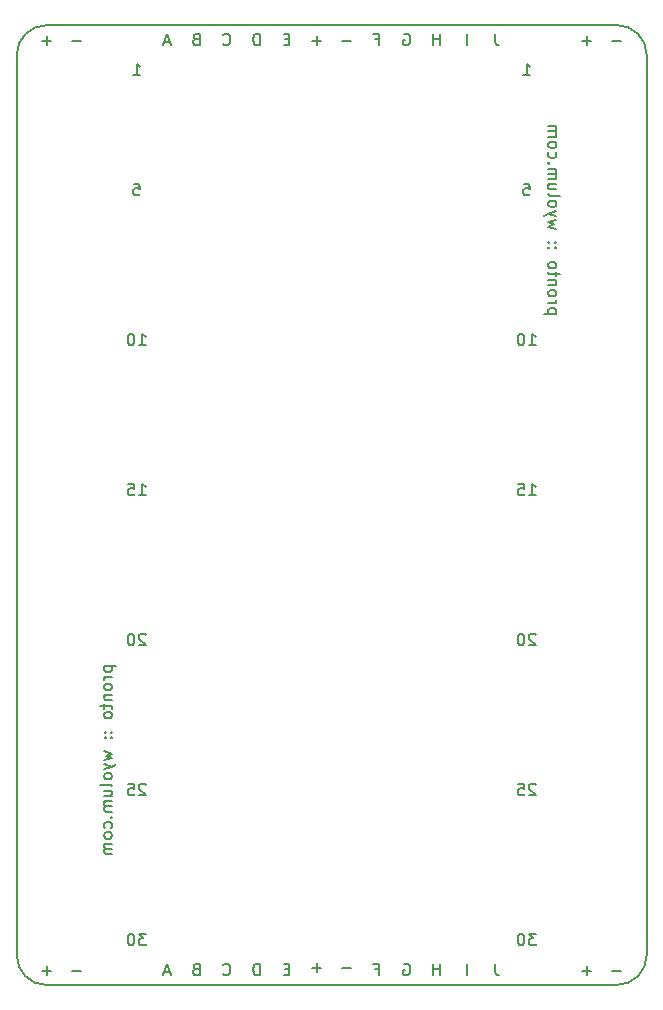
<source format=gbr>
%TF.GenerationSoftware,KiCad,Pcbnew,9.0.3-9.0.3-0~ubuntu24.04.1*%
%TF.CreationDate,2025-11-29T12:49:12+05:30*%
%TF.ProjectId,pronto,70726f6e-746f-42e6-9b69-6361645f7063,rev1*%
%TF.SameCoordinates,Original*%
%TF.FileFunction,Legend,Bot*%
%TF.FilePolarity,Positive*%
%FSLAX46Y46*%
G04 Gerber Fmt 4.6, Leading zero omitted, Abs format (unit mm)*
G04 Created by KiCad (PCBNEW 9.0.3-9.0.3-0~ubuntu24.04.1) date 2025-11-29 12:49:12*
%MOMM*%
%LPD*%
G01*
G04 APERTURE LIST*
%ADD10C,0.150000*%
%ADD11C,2.032000*%
%TA.AperFunction,Profile*%
%ADD12C,0.150000*%
%TD*%
G04 APERTURE END LIST*
D10*
X101314285Y-43634819D02*
X101885713Y-43634819D01*
X101599999Y-43634819D02*
X101599999Y-42634819D01*
X101599999Y-42634819D02*
X101695237Y-42777676D01*
X101695237Y-42777676D02*
X101790475Y-42872914D01*
X101790475Y-42872914D02*
X101885713Y-42920533D01*
X101361904Y-52794819D02*
X101838094Y-52794819D01*
X101838094Y-52794819D02*
X101885713Y-53271009D01*
X101885713Y-53271009D02*
X101838094Y-53223390D01*
X101838094Y-53223390D02*
X101742856Y-53175771D01*
X101742856Y-53175771D02*
X101504761Y-53175771D01*
X101504761Y-53175771D02*
X101409523Y-53223390D01*
X101409523Y-53223390D02*
X101361904Y-53271009D01*
X101361904Y-53271009D02*
X101314285Y-53366247D01*
X101314285Y-53366247D02*
X101314285Y-53604342D01*
X101314285Y-53604342D02*
X101361904Y-53699580D01*
X101361904Y-53699580D02*
X101409523Y-53747200D01*
X101409523Y-53747200D02*
X101504761Y-53794819D01*
X101504761Y-53794819D02*
X101742856Y-53794819D01*
X101742856Y-53794819D02*
X101838094Y-53747200D01*
X101838094Y-53747200D02*
X101885713Y-53699580D01*
X101790476Y-66494819D02*
X102361904Y-66494819D01*
X102076190Y-66494819D02*
X102076190Y-65494819D01*
X102076190Y-65494819D02*
X102171428Y-65637676D01*
X102171428Y-65637676D02*
X102266666Y-65732914D01*
X102266666Y-65732914D02*
X102361904Y-65780533D01*
X101171428Y-65494819D02*
X101076190Y-65494819D01*
X101076190Y-65494819D02*
X100980952Y-65542438D01*
X100980952Y-65542438D02*
X100933333Y-65590057D01*
X100933333Y-65590057D02*
X100885714Y-65685295D01*
X100885714Y-65685295D02*
X100838095Y-65875771D01*
X100838095Y-65875771D02*
X100838095Y-66113866D01*
X100838095Y-66113866D02*
X100885714Y-66304342D01*
X100885714Y-66304342D02*
X100933333Y-66399580D01*
X100933333Y-66399580D02*
X100980952Y-66447200D01*
X100980952Y-66447200D02*
X101076190Y-66494819D01*
X101076190Y-66494819D02*
X101171428Y-66494819D01*
X101171428Y-66494819D02*
X101266666Y-66447200D01*
X101266666Y-66447200D02*
X101314285Y-66399580D01*
X101314285Y-66399580D02*
X101361904Y-66304342D01*
X101361904Y-66304342D02*
X101409523Y-66113866D01*
X101409523Y-66113866D02*
X101409523Y-65875771D01*
X101409523Y-65875771D02*
X101361904Y-65685295D01*
X101361904Y-65685295D02*
X101314285Y-65590057D01*
X101314285Y-65590057D02*
X101266666Y-65542438D01*
X101266666Y-65542438D02*
X101171428Y-65494819D01*
X101790476Y-79194819D02*
X102361904Y-79194819D01*
X102076190Y-79194819D02*
X102076190Y-78194819D01*
X102076190Y-78194819D02*
X102171428Y-78337676D01*
X102171428Y-78337676D02*
X102266666Y-78432914D01*
X102266666Y-78432914D02*
X102361904Y-78480533D01*
X100885714Y-78194819D02*
X101361904Y-78194819D01*
X101361904Y-78194819D02*
X101409523Y-78671009D01*
X101409523Y-78671009D02*
X101361904Y-78623390D01*
X101361904Y-78623390D02*
X101266666Y-78575771D01*
X101266666Y-78575771D02*
X101028571Y-78575771D01*
X101028571Y-78575771D02*
X100933333Y-78623390D01*
X100933333Y-78623390D02*
X100885714Y-78671009D01*
X100885714Y-78671009D02*
X100838095Y-78766247D01*
X100838095Y-78766247D02*
X100838095Y-79004342D01*
X100838095Y-79004342D02*
X100885714Y-79099580D01*
X100885714Y-79099580D02*
X100933333Y-79147200D01*
X100933333Y-79147200D02*
X101028571Y-79194819D01*
X101028571Y-79194819D02*
X101266666Y-79194819D01*
X101266666Y-79194819D02*
X101361904Y-79147200D01*
X101361904Y-79147200D02*
X101409523Y-79099580D01*
X102361904Y-90990057D02*
X102314285Y-90942438D01*
X102314285Y-90942438D02*
X102219047Y-90894819D01*
X102219047Y-90894819D02*
X101980952Y-90894819D01*
X101980952Y-90894819D02*
X101885714Y-90942438D01*
X101885714Y-90942438D02*
X101838095Y-90990057D01*
X101838095Y-90990057D02*
X101790476Y-91085295D01*
X101790476Y-91085295D02*
X101790476Y-91180533D01*
X101790476Y-91180533D02*
X101838095Y-91323390D01*
X101838095Y-91323390D02*
X102409523Y-91894819D01*
X102409523Y-91894819D02*
X101790476Y-91894819D01*
X101171428Y-90894819D02*
X101076190Y-90894819D01*
X101076190Y-90894819D02*
X100980952Y-90942438D01*
X100980952Y-90942438D02*
X100933333Y-90990057D01*
X100933333Y-90990057D02*
X100885714Y-91085295D01*
X100885714Y-91085295D02*
X100838095Y-91275771D01*
X100838095Y-91275771D02*
X100838095Y-91513866D01*
X100838095Y-91513866D02*
X100885714Y-91704342D01*
X100885714Y-91704342D02*
X100933333Y-91799580D01*
X100933333Y-91799580D02*
X100980952Y-91847200D01*
X100980952Y-91847200D02*
X101076190Y-91894819D01*
X101076190Y-91894819D02*
X101171428Y-91894819D01*
X101171428Y-91894819D02*
X101266666Y-91847200D01*
X101266666Y-91847200D02*
X101314285Y-91799580D01*
X101314285Y-91799580D02*
X101361904Y-91704342D01*
X101361904Y-91704342D02*
X101409523Y-91513866D01*
X101409523Y-91513866D02*
X101409523Y-91275771D01*
X101409523Y-91275771D02*
X101361904Y-91085295D01*
X101361904Y-91085295D02*
X101314285Y-90990057D01*
X101314285Y-90990057D02*
X101266666Y-90942438D01*
X101266666Y-90942438D02*
X101171428Y-90894819D01*
X135429523Y-116294819D02*
X134810476Y-116294819D01*
X134810476Y-116294819D02*
X135143809Y-116675771D01*
X135143809Y-116675771D02*
X135000952Y-116675771D01*
X135000952Y-116675771D02*
X134905714Y-116723390D01*
X134905714Y-116723390D02*
X134858095Y-116771009D01*
X134858095Y-116771009D02*
X134810476Y-116866247D01*
X134810476Y-116866247D02*
X134810476Y-117104342D01*
X134810476Y-117104342D02*
X134858095Y-117199580D01*
X134858095Y-117199580D02*
X134905714Y-117247200D01*
X134905714Y-117247200D02*
X135000952Y-117294819D01*
X135000952Y-117294819D02*
X135286666Y-117294819D01*
X135286666Y-117294819D02*
X135381904Y-117247200D01*
X135381904Y-117247200D02*
X135429523Y-117199580D01*
X134191428Y-116294819D02*
X134096190Y-116294819D01*
X134096190Y-116294819D02*
X134000952Y-116342438D01*
X134000952Y-116342438D02*
X133953333Y-116390057D01*
X133953333Y-116390057D02*
X133905714Y-116485295D01*
X133905714Y-116485295D02*
X133858095Y-116675771D01*
X133858095Y-116675771D02*
X133858095Y-116913866D01*
X133858095Y-116913866D02*
X133905714Y-117104342D01*
X133905714Y-117104342D02*
X133953333Y-117199580D01*
X133953333Y-117199580D02*
X134000952Y-117247200D01*
X134000952Y-117247200D02*
X134096190Y-117294819D01*
X134096190Y-117294819D02*
X134191428Y-117294819D01*
X134191428Y-117294819D02*
X134286666Y-117247200D01*
X134286666Y-117247200D02*
X134334285Y-117199580D01*
X134334285Y-117199580D02*
X134381904Y-117104342D01*
X134381904Y-117104342D02*
X134429523Y-116913866D01*
X134429523Y-116913866D02*
X134429523Y-116675771D01*
X134429523Y-116675771D02*
X134381904Y-116485295D01*
X134381904Y-116485295D02*
X134334285Y-116390057D01*
X134334285Y-116390057D02*
X134286666Y-116342438D01*
X134286666Y-116342438D02*
X134191428Y-116294819D01*
X135381904Y-103690057D02*
X135334285Y-103642438D01*
X135334285Y-103642438D02*
X135239047Y-103594819D01*
X135239047Y-103594819D02*
X135000952Y-103594819D01*
X135000952Y-103594819D02*
X134905714Y-103642438D01*
X134905714Y-103642438D02*
X134858095Y-103690057D01*
X134858095Y-103690057D02*
X134810476Y-103785295D01*
X134810476Y-103785295D02*
X134810476Y-103880533D01*
X134810476Y-103880533D02*
X134858095Y-104023390D01*
X134858095Y-104023390D02*
X135429523Y-104594819D01*
X135429523Y-104594819D02*
X134810476Y-104594819D01*
X133905714Y-103594819D02*
X134381904Y-103594819D01*
X134381904Y-103594819D02*
X134429523Y-104071009D01*
X134429523Y-104071009D02*
X134381904Y-104023390D01*
X134381904Y-104023390D02*
X134286666Y-103975771D01*
X134286666Y-103975771D02*
X134048571Y-103975771D01*
X134048571Y-103975771D02*
X133953333Y-104023390D01*
X133953333Y-104023390D02*
X133905714Y-104071009D01*
X133905714Y-104071009D02*
X133858095Y-104166247D01*
X133858095Y-104166247D02*
X133858095Y-104404342D01*
X133858095Y-104404342D02*
X133905714Y-104499580D01*
X133905714Y-104499580D02*
X133953333Y-104547200D01*
X133953333Y-104547200D02*
X134048571Y-104594819D01*
X134048571Y-104594819D02*
X134286666Y-104594819D01*
X134286666Y-104594819D02*
X134381904Y-104547200D01*
X134381904Y-104547200D02*
X134429523Y-104499580D01*
X135381904Y-90990057D02*
X135334285Y-90942438D01*
X135334285Y-90942438D02*
X135239047Y-90894819D01*
X135239047Y-90894819D02*
X135000952Y-90894819D01*
X135000952Y-90894819D02*
X134905714Y-90942438D01*
X134905714Y-90942438D02*
X134858095Y-90990057D01*
X134858095Y-90990057D02*
X134810476Y-91085295D01*
X134810476Y-91085295D02*
X134810476Y-91180533D01*
X134810476Y-91180533D02*
X134858095Y-91323390D01*
X134858095Y-91323390D02*
X135429523Y-91894819D01*
X135429523Y-91894819D02*
X134810476Y-91894819D01*
X134191428Y-90894819D02*
X134096190Y-90894819D01*
X134096190Y-90894819D02*
X134000952Y-90942438D01*
X134000952Y-90942438D02*
X133953333Y-90990057D01*
X133953333Y-90990057D02*
X133905714Y-91085295D01*
X133905714Y-91085295D02*
X133858095Y-91275771D01*
X133858095Y-91275771D02*
X133858095Y-91513866D01*
X133858095Y-91513866D02*
X133905714Y-91704342D01*
X133905714Y-91704342D02*
X133953333Y-91799580D01*
X133953333Y-91799580D02*
X134000952Y-91847200D01*
X134000952Y-91847200D02*
X134096190Y-91894819D01*
X134096190Y-91894819D02*
X134191428Y-91894819D01*
X134191428Y-91894819D02*
X134286666Y-91847200D01*
X134286666Y-91847200D02*
X134334285Y-91799580D01*
X134334285Y-91799580D02*
X134381904Y-91704342D01*
X134381904Y-91704342D02*
X134429523Y-91513866D01*
X134429523Y-91513866D02*
X134429523Y-91275771D01*
X134429523Y-91275771D02*
X134381904Y-91085295D01*
X134381904Y-91085295D02*
X134334285Y-90990057D01*
X134334285Y-90990057D02*
X134286666Y-90942438D01*
X134286666Y-90942438D02*
X134191428Y-90894819D01*
X134810476Y-79194819D02*
X135381904Y-79194819D01*
X135096190Y-79194819D02*
X135096190Y-78194819D01*
X135096190Y-78194819D02*
X135191428Y-78337676D01*
X135191428Y-78337676D02*
X135286666Y-78432914D01*
X135286666Y-78432914D02*
X135381904Y-78480533D01*
X133905714Y-78194819D02*
X134381904Y-78194819D01*
X134381904Y-78194819D02*
X134429523Y-78671009D01*
X134429523Y-78671009D02*
X134381904Y-78623390D01*
X134381904Y-78623390D02*
X134286666Y-78575771D01*
X134286666Y-78575771D02*
X134048571Y-78575771D01*
X134048571Y-78575771D02*
X133953333Y-78623390D01*
X133953333Y-78623390D02*
X133905714Y-78671009D01*
X133905714Y-78671009D02*
X133858095Y-78766247D01*
X133858095Y-78766247D02*
X133858095Y-79004342D01*
X133858095Y-79004342D02*
X133905714Y-79099580D01*
X133905714Y-79099580D02*
X133953333Y-79147200D01*
X133953333Y-79147200D02*
X134048571Y-79194819D01*
X134048571Y-79194819D02*
X134286666Y-79194819D01*
X134286666Y-79194819D02*
X134381904Y-79147200D01*
X134381904Y-79147200D02*
X134429523Y-79099580D01*
X134810476Y-66494819D02*
X135381904Y-66494819D01*
X135096190Y-66494819D02*
X135096190Y-65494819D01*
X135096190Y-65494819D02*
X135191428Y-65637676D01*
X135191428Y-65637676D02*
X135286666Y-65732914D01*
X135286666Y-65732914D02*
X135381904Y-65780533D01*
X134191428Y-65494819D02*
X134096190Y-65494819D01*
X134096190Y-65494819D02*
X134000952Y-65542438D01*
X134000952Y-65542438D02*
X133953333Y-65590057D01*
X133953333Y-65590057D02*
X133905714Y-65685295D01*
X133905714Y-65685295D02*
X133858095Y-65875771D01*
X133858095Y-65875771D02*
X133858095Y-66113866D01*
X133858095Y-66113866D02*
X133905714Y-66304342D01*
X133905714Y-66304342D02*
X133953333Y-66399580D01*
X133953333Y-66399580D02*
X134000952Y-66447200D01*
X134000952Y-66447200D02*
X134096190Y-66494819D01*
X134096190Y-66494819D02*
X134191428Y-66494819D01*
X134191428Y-66494819D02*
X134286666Y-66447200D01*
X134286666Y-66447200D02*
X134334285Y-66399580D01*
X134334285Y-66399580D02*
X134381904Y-66304342D01*
X134381904Y-66304342D02*
X134429523Y-66113866D01*
X134429523Y-66113866D02*
X134429523Y-65875771D01*
X134429523Y-65875771D02*
X134381904Y-65685295D01*
X134381904Y-65685295D02*
X134334285Y-65590057D01*
X134334285Y-65590057D02*
X134286666Y-65542438D01*
X134286666Y-65542438D02*
X134191428Y-65494819D01*
X134381904Y-52794819D02*
X134858094Y-52794819D01*
X134858094Y-52794819D02*
X134905713Y-53271009D01*
X134905713Y-53271009D02*
X134858094Y-53223390D01*
X134858094Y-53223390D02*
X134762856Y-53175771D01*
X134762856Y-53175771D02*
X134524761Y-53175771D01*
X134524761Y-53175771D02*
X134429523Y-53223390D01*
X134429523Y-53223390D02*
X134381904Y-53271009D01*
X134381904Y-53271009D02*
X134334285Y-53366247D01*
X134334285Y-53366247D02*
X134334285Y-53604342D01*
X134334285Y-53604342D02*
X134381904Y-53699580D01*
X134381904Y-53699580D02*
X134429523Y-53747200D01*
X134429523Y-53747200D02*
X134524761Y-53794819D01*
X134524761Y-53794819D02*
X134762856Y-53794819D01*
X134762856Y-53794819D02*
X134858094Y-53747200D01*
X134858094Y-53747200D02*
X134905713Y-53699580D01*
X134334285Y-43634819D02*
X134905713Y-43634819D01*
X134619999Y-43634819D02*
X134619999Y-42634819D01*
X134619999Y-42634819D02*
X134715237Y-42777676D01*
X134715237Y-42777676D02*
X134810475Y-42872914D01*
X134810475Y-42872914D02*
X134905713Y-42920533D01*
X102361904Y-103690057D02*
X102314285Y-103642438D01*
X102314285Y-103642438D02*
X102219047Y-103594819D01*
X102219047Y-103594819D02*
X101980952Y-103594819D01*
X101980952Y-103594819D02*
X101885714Y-103642438D01*
X101885714Y-103642438D02*
X101838095Y-103690057D01*
X101838095Y-103690057D02*
X101790476Y-103785295D01*
X101790476Y-103785295D02*
X101790476Y-103880533D01*
X101790476Y-103880533D02*
X101838095Y-104023390D01*
X101838095Y-104023390D02*
X102409523Y-104594819D01*
X102409523Y-104594819D02*
X101790476Y-104594819D01*
X100885714Y-103594819D02*
X101361904Y-103594819D01*
X101361904Y-103594819D02*
X101409523Y-104071009D01*
X101409523Y-104071009D02*
X101361904Y-104023390D01*
X101361904Y-104023390D02*
X101266666Y-103975771D01*
X101266666Y-103975771D02*
X101028571Y-103975771D01*
X101028571Y-103975771D02*
X100933333Y-104023390D01*
X100933333Y-104023390D02*
X100885714Y-104071009D01*
X100885714Y-104071009D02*
X100838095Y-104166247D01*
X100838095Y-104166247D02*
X100838095Y-104404342D01*
X100838095Y-104404342D02*
X100885714Y-104499580D01*
X100885714Y-104499580D02*
X100933333Y-104547200D01*
X100933333Y-104547200D02*
X101028571Y-104594819D01*
X101028571Y-104594819D02*
X101266666Y-104594819D01*
X101266666Y-104594819D02*
X101361904Y-104547200D01*
X101361904Y-104547200D02*
X101409523Y-104499580D01*
X102409523Y-116294819D02*
X101790476Y-116294819D01*
X101790476Y-116294819D02*
X102123809Y-116675771D01*
X102123809Y-116675771D02*
X101980952Y-116675771D01*
X101980952Y-116675771D02*
X101885714Y-116723390D01*
X101885714Y-116723390D02*
X101838095Y-116771009D01*
X101838095Y-116771009D02*
X101790476Y-116866247D01*
X101790476Y-116866247D02*
X101790476Y-117104342D01*
X101790476Y-117104342D02*
X101838095Y-117199580D01*
X101838095Y-117199580D02*
X101885714Y-117247200D01*
X101885714Y-117247200D02*
X101980952Y-117294819D01*
X101980952Y-117294819D02*
X102266666Y-117294819D01*
X102266666Y-117294819D02*
X102361904Y-117247200D01*
X102361904Y-117247200D02*
X102409523Y-117199580D01*
X101171428Y-116294819D02*
X101076190Y-116294819D01*
X101076190Y-116294819D02*
X100980952Y-116342438D01*
X100980952Y-116342438D02*
X100933333Y-116390057D01*
X100933333Y-116390057D02*
X100885714Y-116485295D01*
X100885714Y-116485295D02*
X100838095Y-116675771D01*
X100838095Y-116675771D02*
X100838095Y-116913866D01*
X100838095Y-116913866D02*
X100885714Y-117104342D01*
X100885714Y-117104342D02*
X100933333Y-117199580D01*
X100933333Y-117199580D02*
X100980952Y-117247200D01*
X100980952Y-117247200D02*
X101076190Y-117294819D01*
X101076190Y-117294819D02*
X101171428Y-117294819D01*
X101171428Y-117294819D02*
X101266666Y-117247200D01*
X101266666Y-117247200D02*
X101314285Y-117199580D01*
X101314285Y-117199580D02*
X101361904Y-117104342D01*
X101361904Y-117104342D02*
X101409523Y-116913866D01*
X101409523Y-116913866D02*
X101409523Y-116675771D01*
X101409523Y-116675771D02*
X101361904Y-116485295D01*
X101361904Y-116485295D02*
X101314285Y-116390057D01*
X101314285Y-116390057D02*
X101266666Y-116342438D01*
X101266666Y-116342438D02*
X101171428Y-116294819D01*
X104378094Y-119549104D02*
X103901904Y-119549104D01*
X104473332Y-119834819D02*
X104139999Y-118834819D01*
X104139999Y-118834819D02*
X103806666Y-119834819D01*
X106608571Y-119311009D02*
X106465714Y-119358628D01*
X106465714Y-119358628D02*
X106418095Y-119406247D01*
X106418095Y-119406247D02*
X106370476Y-119501485D01*
X106370476Y-119501485D02*
X106370476Y-119644342D01*
X106370476Y-119644342D02*
X106418095Y-119739580D01*
X106418095Y-119739580D02*
X106465714Y-119787200D01*
X106465714Y-119787200D02*
X106560952Y-119834819D01*
X106560952Y-119834819D02*
X106941904Y-119834819D01*
X106941904Y-119834819D02*
X106941904Y-118834819D01*
X106941904Y-118834819D02*
X106608571Y-118834819D01*
X106608571Y-118834819D02*
X106513333Y-118882438D01*
X106513333Y-118882438D02*
X106465714Y-118930057D01*
X106465714Y-118930057D02*
X106418095Y-119025295D01*
X106418095Y-119025295D02*
X106418095Y-119120533D01*
X106418095Y-119120533D02*
X106465714Y-119215771D01*
X106465714Y-119215771D02*
X106513333Y-119263390D01*
X106513333Y-119263390D02*
X106608571Y-119311009D01*
X106608571Y-119311009D02*
X106941904Y-119311009D01*
X108910476Y-119739580D02*
X108958095Y-119787200D01*
X108958095Y-119787200D02*
X109100952Y-119834819D01*
X109100952Y-119834819D02*
X109196190Y-119834819D01*
X109196190Y-119834819D02*
X109339047Y-119787200D01*
X109339047Y-119787200D02*
X109434285Y-119691961D01*
X109434285Y-119691961D02*
X109481904Y-119596723D01*
X109481904Y-119596723D02*
X109529523Y-119406247D01*
X109529523Y-119406247D02*
X109529523Y-119263390D01*
X109529523Y-119263390D02*
X109481904Y-119072914D01*
X109481904Y-119072914D02*
X109434285Y-118977676D01*
X109434285Y-118977676D02*
X109339047Y-118882438D01*
X109339047Y-118882438D02*
X109196190Y-118834819D01*
X109196190Y-118834819D02*
X109100952Y-118834819D01*
X109100952Y-118834819D02*
X108958095Y-118882438D01*
X108958095Y-118882438D02*
X108910476Y-118930057D01*
X112021904Y-119834819D02*
X112021904Y-118834819D01*
X112021904Y-118834819D02*
X111783809Y-118834819D01*
X111783809Y-118834819D02*
X111640952Y-118882438D01*
X111640952Y-118882438D02*
X111545714Y-118977676D01*
X111545714Y-118977676D02*
X111498095Y-119072914D01*
X111498095Y-119072914D02*
X111450476Y-119263390D01*
X111450476Y-119263390D02*
X111450476Y-119406247D01*
X111450476Y-119406247D02*
X111498095Y-119596723D01*
X111498095Y-119596723D02*
X111545714Y-119691961D01*
X111545714Y-119691961D02*
X111640952Y-119787200D01*
X111640952Y-119787200D02*
X111783809Y-119834819D01*
X111783809Y-119834819D02*
X112021904Y-119834819D01*
X114514285Y-119311009D02*
X114180952Y-119311009D01*
X114038095Y-119834819D02*
X114514285Y-119834819D01*
X114514285Y-119834819D02*
X114514285Y-118834819D01*
X114514285Y-118834819D02*
X114038095Y-118834819D01*
X121777142Y-119311009D02*
X122110475Y-119311009D01*
X122110475Y-119834819D02*
X122110475Y-118834819D01*
X122110475Y-118834819D02*
X121634285Y-118834819D01*
X124198095Y-118882438D02*
X124293333Y-118834819D01*
X124293333Y-118834819D02*
X124436190Y-118834819D01*
X124436190Y-118834819D02*
X124579047Y-118882438D01*
X124579047Y-118882438D02*
X124674285Y-118977676D01*
X124674285Y-118977676D02*
X124721904Y-119072914D01*
X124721904Y-119072914D02*
X124769523Y-119263390D01*
X124769523Y-119263390D02*
X124769523Y-119406247D01*
X124769523Y-119406247D02*
X124721904Y-119596723D01*
X124721904Y-119596723D02*
X124674285Y-119691961D01*
X124674285Y-119691961D02*
X124579047Y-119787200D01*
X124579047Y-119787200D02*
X124436190Y-119834819D01*
X124436190Y-119834819D02*
X124340952Y-119834819D01*
X124340952Y-119834819D02*
X124198095Y-119787200D01*
X124198095Y-119787200D02*
X124150476Y-119739580D01*
X124150476Y-119739580D02*
X124150476Y-119406247D01*
X124150476Y-119406247D02*
X124340952Y-119406247D01*
X127285713Y-119834819D02*
X127285713Y-118834819D01*
X127285713Y-119311009D02*
X126714285Y-119311009D01*
X126714285Y-119834819D02*
X126714285Y-118834819D01*
X129539999Y-119834819D02*
X129539999Y-118834819D01*
X131937142Y-118834819D02*
X131937142Y-119549104D01*
X131937142Y-119549104D02*
X131984761Y-119691961D01*
X131984761Y-119691961D02*
X132079999Y-119787200D01*
X132079999Y-119787200D02*
X132222856Y-119834819D01*
X132222856Y-119834819D02*
X132318094Y-119834819D01*
X140080951Y-119453866D02*
X139319047Y-119453866D01*
X139699999Y-119834819D02*
X139699999Y-119072914D01*
X142620951Y-119453866D02*
X141859047Y-119453866D01*
X96900951Y-119453866D02*
X96139047Y-119453866D01*
X94360951Y-119453866D02*
X93599047Y-119453866D01*
X93979999Y-119834819D02*
X93979999Y-119072914D01*
X94360951Y-40713866D02*
X93599047Y-40713866D01*
X93979999Y-41094819D02*
X93979999Y-40332914D01*
X96900951Y-40713866D02*
X96139047Y-40713866D01*
X142620951Y-40713866D02*
X141859047Y-40713866D01*
X140080951Y-40713866D02*
X139319047Y-40713866D01*
X139699999Y-41094819D02*
X139699999Y-40332914D01*
X131937142Y-40094819D02*
X131937142Y-40809104D01*
X131937142Y-40809104D02*
X131984761Y-40951961D01*
X131984761Y-40951961D02*
X132079999Y-41047200D01*
X132079999Y-41047200D02*
X132222856Y-41094819D01*
X132222856Y-41094819D02*
X132318094Y-41094819D01*
X129539999Y-41094819D02*
X129539999Y-40094819D01*
X127285713Y-41094819D02*
X127285713Y-40094819D01*
X127285713Y-40571009D02*
X126714285Y-40571009D01*
X126714285Y-41094819D02*
X126714285Y-40094819D01*
X124198095Y-40142438D02*
X124293333Y-40094819D01*
X124293333Y-40094819D02*
X124436190Y-40094819D01*
X124436190Y-40094819D02*
X124579047Y-40142438D01*
X124579047Y-40142438D02*
X124674285Y-40237676D01*
X124674285Y-40237676D02*
X124721904Y-40332914D01*
X124721904Y-40332914D02*
X124769523Y-40523390D01*
X124769523Y-40523390D02*
X124769523Y-40666247D01*
X124769523Y-40666247D02*
X124721904Y-40856723D01*
X124721904Y-40856723D02*
X124674285Y-40951961D01*
X124674285Y-40951961D02*
X124579047Y-41047200D01*
X124579047Y-41047200D02*
X124436190Y-41094819D01*
X124436190Y-41094819D02*
X124340952Y-41094819D01*
X124340952Y-41094819D02*
X124198095Y-41047200D01*
X124198095Y-41047200D02*
X124150476Y-40999580D01*
X124150476Y-40999580D02*
X124150476Y-40666247D01*
X124150476Y-40666247D02*
X124340952Y-40666247D01*
X121777142Y-40571009D02*
X122110475Y-40571009D01*
X122110475Y-41094819D02*
X122110475Y-40094819D01*
X122110475Y-40094819D02*
X121634285Y-40094819D01*
X114514285Y-40571009D02*
X114180952Y-40571009D01*
X114038095Y-41094819D02*
X114514285Y-41094819D01*
X114514285Y-41094819D02*
X114514285Y-40094819D01*
X114514285Y-40094819D02*
X114038095Y-40094819D01*
X112021904Y-41094819D02*
X112021904Y-40094819D01*
X112021904Y-40094819D02*
X111783809Y-40094819D01*
X111783809Y-40094819D02*
X111640952Y-40142438D01*
X111640952Y-40142438D02*
X111545714Y-40237676D01*
X111545714Y-40237676D02*
X111498095Y-40332914D01*
X111498095Y-40332914D02*
X111450476Y-40523390D01*
X111450476Y-40523390D02*
X111450476Y-40666247D01*
X111450476Y-40666247D02*
X111498095Y-40856723D01*
X111498095Y-40856723D02*
X111545714Y-40951961D01*
X111545714Y-40951961D02*
X111640952Y-41047200D01*
X111640952Y-41047200D02*
X111783809Y-41094819D01*
X111783809Y-41094819D02*
X112021904Y-41094819D01*
X108910476Y-40999580D02*
X108958095Y-41047200D01*
X108958095Y-41047200D02*
X109100952Y-41094819D01*
X109100952Y-41094819D02*
X109196190Y-41094819D01*
X109196190Y-41094819D02*
X109339047Y-41047200D01*
X109339047Y-41047200D02*
X109434285Y-40951961D01*
X109434285Y-40951961D02*
X109481904Y-40856723D01*
X109481904Y-40856723D02*
X109529523Y-40666247D01*
X109529523Y-40666247D02*
X109529523Y-40523390D01*
X109529523Y-40523390D02*
X109481904Y-40332914D01*
X109481904Y-40332914D02*
X109434285Y-40237676D01*
X109434285Y-40237676D02*
X109339047Y-40142438D01*
X109339047Y-40142438D02*
X109196190Y-40094819D01*
X109196190Y-40094819D02*
X109100952Y-40094819D01*
X109100952Y-40094819D02*
X108958095Y-40142438D01*
X108958095Y-40142438D02*
X108910476Y-40190057D01*
X106608571Y-40571009D02*
X106465714Y-40618628D01*
X106465714Y-40618628D02*
X106418095Y-40666247D01*
X106418095Y-40666247D02*
X106370476Y-40761485D01*
X106370476Y-40761485D02*
X106370476Y-40904342D01*
X106370476Y-40904342D02*
X106418095Y-40999580D01*
X106418095Y-40999580D02*
X106465714Y-41047200D01*
X106465714Y-41047200D02*
X106560952Y-41094819D01*
X106560952Y-41094819D02*
X106941904Y-41094819D01*
X106941904Y-41094819D02*
X106941904Y-40094819D01*
X106941904Y-40094819D02*
X106608571Y-40094819D01*
X106608571Y-40094819D02*
X106513333Y-40142438D01*
X106513333Y-40142438D02*
X106465714Y-40190057D01*
X106465714Y-40190057D02*
X106418095Y-40285295D01*
X106418095Y-40285295D02*
X106418095Y-40380533D01*
X106418095Y-40380533D02*
X106465714Y-40475771D01*
X106465714Y-40475771D02*
X106513333Y-40523390D01*
X106513333Y-40523390D02*
X106608571Y-40571009D01*
X106608571Y-40571009D02*
X106941904Y-40571009D01*
X104378094Y-40809104D02*
X103901904Y-40809104D01*
X104473332Y-41094819D02*
X104139999Y-40094819D01*
X104139999Y-40094819D02*
X103806666Y-41094819D01*
X119760951Y-119199866D02*
X118999047Y-119199866D01*
X117220951Y-119199866D02*
X116459047Y-119199866D01*
X116839999Y-119580819D02*
X116839999Y-118818914D01*
X119760951Y-40713866D02*
X118999047Y-40713866D01*
X117220951Y-40713866D02*
X116459047Y-40713866D01*
X116839999Y-41094819D02*
X116839999Y-40332914D01*
X98848152Y-93671428D02*
X99848152Y-93671428D01*
X98895771Y-93671428D02*
X98848152Y-93766666D01*
X98848152Y-93766666D02*
X98848152Y-93957142D01*
X98848152Y-93957142D02*
X98895771Y-94052380D01*
X98895771Y-94052380D02*
X98943390Y-94099999D01*
X98943390Y-94099999D02*
X99038628Y-94147618D01*
X99038628Y-94147618D02*
X99324342Y-94147618D01*
X99324342Y-94147618D02*
X99419580Y-94099999D01*
X99419580Y-94099999D02*
X99467200Y-94052380D01*
X99467200Y-94052380D02*
X99514819Y-93957142D01*
X99514819Y-93957142D02*
X99514819Y-93766666D01*
X99514819Y-93766666D02*
X99467200Y-93671428D01*
X99514819Y-94576190D02*
X98848152Y-94576190D01*
X99038628Y-94576190D02*
X98943390Y-94623809D01*
X98943390Y-94623809D02*
X98895771Y-94671428D01*
X98895771Y-94671428D02*
X98848152Y-94766666D01*
X98848152Y-94766666D02*
X98848152Y-94861904D01*
X99514819Y-95338095D02*
X99467200Y-95242857D01*
X99467200Y-95242857D02*
X99419580Y-95195238D01*
X99419580Y-95195238D02*
X99324342Y-95147619D01*
X99324342Y-95147619D02*
X99038628Y-95147619D01*
X99038628Y-95147619D02*
X98943390Y-95195238D01*
X98943390Y-95195238D02*
X98895771Y-95242857D01*
X98895771Y-95242857D02*
X98848152Y-95338095D01*
X98848152Y-95338095D02*
X98848152Y-95480952D01*
X98848152Y-95480952D02*
X98895771Y-95576190D01*
X98895771Y-95576190D02*
X98943390Y-95623809D01*
X98943390Y-95623809D02*
X99038628Y-95671428D01*
X99038628Y-95671428D02*
X99324342Y-95671428D01*
X99324342Y-95671428D02*
X99419580Y-95623809D01*
X99419580Y-95623809D02*
X99467200Y-95576190D01*
X99467200Y-95576190D02*
X99514819Y-95480952D01*
X99514819Y-95480952D02*
X99514819Y-95338095D01*
X98848152Y-96100000D02*
X99514819Y-96100000D01*
X98943390Y-96100000D02*
X98895771Y-96147619D01*
X98895771Y-96147619D02*
X98848152Y-96242857D01*
X98848152Y-96242857D02*
X98848152Y-96385714D01*
X98848152Y-96385714D02*
X98895771Y-96480952D01*
X98895771Y-96480952D02*
X98991009Y-96528571D01*
X98991009Y-96528571D02*
X99514819Y-96528571D01*
X98848152Y-96861905D02*
X98848152Y-97242857D01*
X98514819Y-97004762D02*
X99371961Y-97004762D01*
X99371961Y-97004762D02*
X99467200Y-97052381D01*
X99467200Y-97052381D02*
X99514819Y-97147619D01*
X99514819Y-97147619D02*
X99514819Y-97242857D01*
X99514819Y-97719048D02*
X99467200Y-97623810D01*
X99467200Y-97623810D02*
X99419580Y-97576191D01*
X99419580Y-97576191D02*
X99324342Y-97528572D01*
X99324342Y-97528572D02*
X99038628Y-97528572D01*
X99038628Y-97528572D02*
X98943390Y-97576191D01*
X98943390Y-97576191D02*
X98895771Y-97623810D01*
X98895771Y-97623810D02*
X98848152Y-97719048D01*
X98848152Y-97719048D02*
X98848152Y-97861905D01*
X98848152Y-97861905D02*
X98895771Y-97957143D01*
X98895771Y-97957143D02*
X98943390Y-98004762D01*
X98943390Y-98004762D02*
X99038628Y-98052381D01*
X99038628Y-98052381D02*
X99324342Y-98052381D01*
X99324342Y-98052381D02*
X99419580Y-98004762D01*
X99419580Y-98004762D02*
X99467200Y-97957143D01*
X99467200Y-97957143D02*
X99514819Y-97861905D01*
X99514819Y-97861905D02*
X99514819Y-97719048D01*
X99419580Y-99242858D02*
X99467200Y-99290477D01*
X99467200Y-99290477D02*
X99514819Y-99242858D01*
X99514819Y-99242858D02*
X99467200Y-99195239D01*
X99467200Y-99195239D02*
X99419580Y-99242858D01*
X99419580Y-99242858D02*
X99514819Y-99242858D01*
X98895771Y-99242858D02*
X98943390Y-99290477D01*
X98943390Y-99290477D02*
X98991009Y-99242858D01*
X98991009Y-99242858D02*
X98943390Y-99195239D01*
X98943390Y-99195239D02*
X98895771Y-99242858D01*
X98895771Y-99242858D02*
X98991009Y-99242858D01*
X99419580Y-99719048D02*
X99467200Y-99766667D01*
X99467200Y-99766667D02*
X99514819Y-99719048D01*
X99514819Y-99719048D02*
X99467200Y-99671429D01*
X99467200Y-99671429D02*
X99419580Y-99719048D01*
X99419580Y-99719048D02*
X99514819Y-99719048D01*
X98895771Y-99719048D02*
X98943390Y-99766667D01*
X98943390Y-99766667D02*
X98991009Y-99719048D01*
X98991009Y-99719048D02*
X98943390Y-99671429D01*
X98943390Y-99671429D02*
X98895771Y-99719048D01*
X98895771Y-99719048D02*
X98991009Y-99719048D01*
X98848152Y-100861905D02*
X99514819Y-101052381D01*
X99514819Y-101052381D02*
X99038628Y-101242857D01*
X99038628Y-101242857D02*
X99514819Y-101433333D01*
X99514819Y-101433333D02*
X98848152Y-101623809D01*
X98848152Y-101909524D02*
X99514819Y-102147619D01*
X98848152Y-102385714D02*
X99514819Y-102147619D01*
X99514819Y-102147619D02*
X99752914Y-102052381D01*
X99752914Y-102052381D02*
X99800533Y-102004762D01*
X99800533Y-102004762D02*
X99848152Y-101909524D01*
X99514819Y-102909524D02*
X99467200Y-102814286D01*
X99467200Y-102814286D02*
X99419580Y-102766667D01*
X99419580Y-102766667D02*
X99324342Y-102719048D01*
X99324342Y-102719048D02*
X99038628Y-102719048D01*
X99038628Y-102719048D02*
X98943390Y-102766667D01*
X98943390Y-102766667D02*
X98895771Y-102814286D01*
X98895771Y-102814286D02*
X98848152Y-102909524D01*
X98848152Y-102909524D02*
X98848152Y-103052381D01*
X98848152Y-103052381D02*
X98895771Y-103147619D01*
X98895771Y-103147619D02*
X98943390Y-103195238D01*
X98943390Y-103195238D02*
X99038628Y-103242857D01*
X99038628Y-103242857D02*
X99324342Y-103242857D01*
X99324342Y-103242857D02*
X99419580Y-103195238D01*
X99419580Y-103195238D02*
X99467200Y-103147619D01*
X99467200Y-103147619D02*
X99514819Y-103052381D01*
X99514819Y-103052381D02*
X99514819Y-102909524D01*
X99514819Y-103814286D02*
X99467200Y-103719048D01*
X99467200Y-103719048D02*
X99371961Y-103671429D01*
X99371961Y-103671429D02*
X98514819Y-103671429D01*
X98848152Y-104623810D02*
X99514819Y-104623810D01*
X98848152Y-104195239D02*
X99371961Y-104195239D01*
X99371961Y-104195239D02*
X99467200Y-104242858D01*
X99467200Y-104242858D02*
X99514819Y-104338096D01*
X99514819Y-104338096D02*
X99514819Y-104480953D01*
X99514819Y-104480953D02*
X99467200Y-104576191D01*
X99467200Y-104576191D02*
X99419580Y-104623810D01*
X99514819Y-105100001D02*
X98848152Y-105100001D01*
X98943390Y-105100001D02*
X98895771Y-105147620D01*
X98895771Y-105147620D02*
X98848152Y-105242858D01*
X98848152Y-105242858D02*
X98848152Y-105385715D01*
X98848152Y-105385715D02*
X98895771Y-105480953D01*
X98895771Y-105480953D02*
X98991009Y-105528572D01*
X98991009Y-105528572D02*
X99514819Y-105528572D01*
X98991009Y-105528572D02*
X98895771Y-105576191D01*
X98895771Y-105576191D02*
X98848152Y-105671429D01*
X98848152Y-105671429D02*
X98848152Y-105814286D01*
X98848152Y-105814286D02*
X98895771Y-105909525D01*
X98895771Y-105909525D02*
X98991009Y-105957144D01*
X98991009Y-105957144D02*
X99514819Y-105957144D01*
X99419580Y-106433334D02*
X99467200Y-106480953D01*
X99467200Y-106480953D02*
X99514819Y-106433334D01*
X99514819Y-106433334D02*
X99467200Y-106385715D01*
X99467200Y-106385715D02*
X99419580Y-106433334D01*
X99419580Y-106433334D02*
X99514819Y-106433334D01*
X99467200Y-107338095D02*
X99514819Y-107242857D01*
X99514819Y-107242857D02*
X99514819Y-107052381D01*
X99514819Y-107052381D02*
X99467200Y-106957143D01*
X99467200Y-106957143D02*
X99419580Y-106909524D01*
X99419580Y-106909524D02*
X99324342Y-106861905D01*
X99324342Y-106861905D02*
X99038628Y-106861905D01*
X99038628Y-106861905D02*
X98943390Y-106909524D01*
X98943390Y-106909524D02*
X98895771Y-106957143D01*
X98895771Y-106957143D02*
X98848152Y-107052381D01*
X98848152Y-107052381D02*
X98848152Y-107242857D01*
X98848152Y-107242857D02*
X98895771Y-107338095D01*
X99514819Y-107909524D02*
X99467200Y-107814286D01*
X99467200Y-107814286D02*
X99419580Y-107766667D01*
X99419580Y-107766667D02*
X99324342Y-107719048D01*
X99324342Y-107719048D02*
X99038628Y-107719048D01*
X99038628Y-107719048D02*
X98943390Y-107766667D01*
X98943390Y-107766667D02*
X98895771Y-107814286D01*
X98895771Y-107814286D02*
X98848152Y-107909524D01*
X98848152Y-107909524D02*
X98848152Y-108052381D01*
X98848152Y-108052381D02*
X98895771Y-108147619D01*
X98895771Y-108147619D02*
X98943390Y-108195238D01*
X98943390Y-108195238D02*
X99038628Y-108242857D01*
X99038628Y-108242857D02*
X99324342Y-108242857D01*
X99324342Y-108242857D02*
X99419580Y-108195238D01*
X99419580Y-108195238D02*
X99467200Y-108147619D01*
X99467200Y-108147619D02*
X99514819Y-108052381D01*
X99514819Y-108052381D02*
X99514819Y-107909524D01*
X99514819Y-108671429D02*
X98848152Y-108671429D01*
X98943390Y-108671429D02*
X98895771Y-108719048D01*
X98895771Y-108719048D02*
X98848152Y-108814286D01*
X98848152Y-108814286D02*
X98848152Y-108957143D01*
X98848152Y-108957143D02*
X98895771Y-109052381D01*
X98895771Y-109052381D02*
X98991009Y-109100000D01*
X98991009Y-109100000D02*
X99514819Y-109100000D01*
X98991009Y-109100000D02*
X98895771Y-109147619D01*
X98895771Y-109147619D02*
X98848152Y-109242857D01*
X98848152Y-109242857D02*
X98848152Y-109385714D01*
X98848152Y-109385714D02*
X98895771Y-109480953D01*
X98895771Y-109480953D02*
X98991009Y-109528572D01*
X98991009Y-109528572D02*
X99514819Y-109528572D01*
X137117847Y-63808571D02*
X136117847Y-63808571D01*
X137070228Y-63808571D02*
X137117847Y-63713333D01*
X137117847Y-63713333D02*
X137117847Y-63522857D01*
X137117847Y-63522857D02*
X137070228Y-63427619D01*
X137070228Y-63427619D02*
X137022609Y-63380000D01*
X137022609Y-63380000D02*
X136927371Y-63332381D01*
X136927371Y-63332381D02*
X136641657Y-63332381D01*
X136641657Y-63332381D02*
X136546419Y-63380000D01*
X136546419Y-63380000D02*
X136498800Y-63427619D01*
X136498800Y-63427619D02*
X136451180Y-63522857D01*
X136451180Y-63522857D02*
X136451180Y-63713333D01*
X136451180Y-63713333D02*
X136498800Y-63808571D01*
X136451180Y-62903809D02*
X137117847Y-62903809D01*
X136927371Y-62903809D02*
X137022609Y-62856190D01*
X137022609Y-62856190D02*
X137070228Y-62808571D01*
X137070228Y-62808571D02*
X137117847Y-62713333D01*
X137117847Y-62713333D02*
X137117847Y-62618095D01*
X136451180Y-62141904D02*
X136498800Y-62237142D01*
X136498800Y-62237142D02*
X136546419Y-62284761D01*
X136546419Y-62284761D02*
X136641657Y-62332380D01*
X136641657Y-62332380D02*
X136927371Y-62332380D01*
X136927371Y-62332380D02*
X137022609Y-62284761D01*
X137022609Y-62284761D02*
X137070228Y-62237142D01*
X137070228Y-62237142D02*
X137117847Y-62141904D01*
X137117847Y-62141904D02*
X137117847Y-61999047D01*
X137117847Y-61999047D02*
X137070228Y-61903809D01*
X137070228Y-61903809D02*
X137022609Y-61856190D01*
X137022609Y-61856190D02*
X136927371Y-61808571D01*
X136927371Y-61808571D02*
X136641657Y-61808571D01*
X136641657Y-61808571D02*
X136546419Y-61856190D01*
X136546419Y-61856190D02*
X136498800Y-61903809D01*
X136498800Y-61903809D02*
X136451180Y-61999047D01*
X136451180Y-61999047D02*
X136451180Y-62141904D01*
X137117847Y-61379999D02*
X136451180Y-61379999D01*
X137022609Y-61379999D02*
X137070228Y-61332380D01*
X137070228Y-61332380D02*
X137117847Y-61237142D01*
X137117847Y-61237142D02*
X137117847Y-61094285D01*
X137117847Y-61094285D02*
X137070228Y-60999047D01*
X137070228Y-60999047D02*
X136974990Y-60951428D01*
X136974990Y-60951428D02*
X136451180Y-60951428D01*
X137117847Y-60618094D02*
X137117847Y-60237142D01*
X137451180Y-60475237D02*
X136594038Y-60475237D01*
X136594038Y-60475237D02*
X136498800Y-60427618D01*
X136498800Y-60427618D02*
X136451180Y-60332380D01*
X136451180Y-60332380D02*
X136451180Y-60237142D01*
X136451180Y-59760951D02*
X136498800Y-59856189D01*
X136498800Y-59856189D02*
X136546419Y-59903808D01*
X136546419Y-59903808D02*
X136641657Y-59951427D01*
X136641657Y-59951427D02*
X136927371Y-59951427D01*
X136927371Y-59951427D02*
X137022609Y-59903808D01*
X137022609Y-59903808D02*
X137070228Y-59856189D01*
X137070228Y-59856189D02*
X137117847Y-59760951D01*
X137117847Y-59760951D02*
X137117847Y-59618094D01*
X137117847Y-59618094D02*
X137070228Y-59522856D01*
X137070228Y-59522856D02*
X137022609Y-59475237D01*
X137022609Y-59475237D02*
X136927371Y-59427618D01*
X136927371Y-59427618D02*
X136641657Y-59427618D01*
X136641657Y-59427618D02*
X136546419Y-59475237D01*
X136546419Y-59475237D02*
X136498800Y-59522856D01*
X136498800Y-59522856D02*
X136451180Y-59618094D01*
X136451180Y-59618094D02*
X136451180Y-59760951D01*
X136546419Y-58237141D02*
X136498800Y-58189522D01*
X136498800Y-58189522D02*
X136451180Y-58237141D01*
X136451180Y-58237141D02*
X136498800Y-58284760D01*
X136498800Y-58284760D02*
X136546419Y-58237141D01*
X136546419Y-58237141D02*
X136451180Y-58237141D01*
X137070228Y-58237141D02*
X137022609Y-58189522D01*
X137022609Y-58189522D02*
X136974990Y-58237141D01*
X136974990Y-58237141D02*
X137022609Y-58284760D01*
X137022609Y-58284760D02*
X137070228Y-58237141D01*
X137070228Y-58237141D02*
X136974990Y-58237141D01*
X136546419Y-57760951D02*
X136498800Y-57713332D01*
X136498800Y-57713332D02*
X136451180Y-57760951D01*
X136451180Y-57760951D02*
X136498800Y-57808570D01*
X136498800Y-57808570D02*
X136546419Y-57760951D01*
X136546419Y-57760951D02*
X136451180Y-57760951D01*
X137070228Y-57760951D02*
X137022609Y-57713332D01*
X137022609Y-57713332D02*
X136974990Y-57760951D01*
X136974990Y-57760951D02*
X137022609Y-57808570D01*
X137022609Y-57808570D02*
X137070228Y-57760951D01*
X137070228Y-57760951D02*
X136974990Y-57760951D01*
X137117847Y-56618094D02*
X136451180Y-56427618D01*
X136451180Y-56427618D02*
X136927371Y-56237142D01*
X136927371Y-56237142D02*
X136451180Y-56046666D01*
X136451180Y-56046666D02*
X137117847Y-55856190D01*
X137117847Y-55570475D02*
X136451180Y-55332380D01*
X137117847Y-55094285D02*
X136451180Y-55332380D01*
X136451180Y-55332380D02*
X136213085Y-55427618D01*
X136213085Y-55427618D02*
X136165466Y-55475237D01*
X136165466Y-55475237D02*
X136117847Y-55570475D01*
X136451180Y-54570475D02*
X136498800Y-54665713D01*
X136498800Y-54665713D02*
X136546419Y-54713332D01*
X136546419Y-54713332D02*
X136641657Y-54760951D01*
X136641657Y-54760951D02*
X136927371Y-54760951D01*
X136927371Y-54760951D02*
X137022609Y-54713332D01*
X137022609Y-54713332D02*
X137070228Y-54665713D01*
X137070228Y-54665713D02*
X137117847Y-54570475D01*
X137117847Y-54570475D02*
X137117847Y-54427618D01*
X137117847Y-54427618D02*
X137070228Y-54332380D01*
X137070228Y-54332380D02*
X137022609Y-54284761D01*
X137022609Y-54284761D02*
X136927371Y-54237142D01*
X136927371Y-54237142D02*
X136641657Y-54237142D01*
X136641657Y-54237142D02*
X136546419Y-54284761D01*
X136546419Y-54284761D02*
X136498800Y-54332380D01*
X136498800Y-54332380D02*
X136451180Y-54427618D01*
X136451180Y-54427618D02*
X136451180Y-54570475D01*
X136451180Y-53665713D02*
X136498800Y-53760951D01*
X136498800Y-53760951D02*
X136594038Y-53808570D01*
X136594038Y-53808570D02*
X137451180Y-53808570D01*
X137117847Y-52856189D02*
X136451180Y-52856189D01*
X137117847Y-53284760D02*
X136594038Y-53284760D01*
X136594038Y-53284760D02*
X136498800Y-53237141D01*
X136498800Y-53237141D02*
X136451180Y-53141903D01*
X136451180Y-53141903D02*
X136451180Y-52999046D01*
X136451180Y-52999046D02*
X136498800Y-52903808D01*
X136498800Y-52903808D02*
X136546419Y-52856189D01*
X136451180Y-52379998D02*
X137117847Y-52379998D01*
X137022609Y-52379998D02*
X137070228Y-52332379D01*
X137070228Y-52332379D02*
X137117847Y-52237141D01*
X137117847Y-52237141D02*
X137117847Y-52094284D01*
X137117847Y-52094284D02*
X137070228Y-51999046D01*
X137070228Y-51999046D02*
X136974990Y-51951427D01*
X136974990Y-51951427D02*
X136451180Y-51951427D01*
X136974990Y-51951427D02*
X137070228Y-51903808D01*
X137070228Y-51903808D02*
X137117847Y-51808570D01*
X137117847Y-51808570D02*
X137117847Y-51665713D01*
X137117847Y-51665713D02*
X137070228Y-51570474D01*
X137070228Y-51570474D02*
X136974990Y-51522855D01*
X136974990Y-51522855D02*
X136451180Y-51522855D01*
X136546419Y-51046665D02*
X136498800Y-50999046D01*
X136498800Y-50999046D02*
X136451180Y-51046665D01*
X136451180Y-51046665D02*
X136498800Y-51094284D01*
X136498800Y-51094284D02*
X136546419Y-51046665D01*
X136546419Y-51046665D02*
X136451180Y-51046665D01*
X136498800Y-50141904D02*
X136451180Y-50237142D01*
X136451180Y-50237142D02*
X136451180Y-50427618D01*
X136451180Y-50427618D02*
X136498800Y-50522856D01*
X136498800Y-50522856D02*
X136546419Y-50570475D01*
X136546419Y-50570475D02*
X136641657Y-50618094D01*
X136641657Y-50618094D02*
X136927371Y-50618094D01*
X136927371Y-50618094D02*
X137022609Y-50570475D01*
X137022609Y-50570475D02*
X137070228Y-50522856D01*
X137070228Y-50522856D02*
X137117847Y-50427618D01*
X137117847Y-50427618D02*
X137117847Y-50237142D01*
X137117847Y-50237142D02*
X137070228Y-50141904D01*
X136451180Y-49570475D02*
X136498800Y-49665713D01*
X136498800Y-49665713D02*
X136546419Y-49713332D01*
X136546419Y-49713332D02*
X136641657Y-49760951D01*
X136641657Y-49760951D02*
X136927371Y-49760951D01*
X136927371Y-49760951D02*
X137022609Y-49713332D01*
X137022609Y-49713332D02*
X137070228Y-49665713D01*
X137070228Y-49665713D02*
X137117847Y-49570475D01*
X137117847Y-49570475D02*
X137117847Y-49427618D01*
X137117847Y-49427618D02*
X137070228Y-49332380D01*
X137070228Y-49332380D02*
X137022609Y-49284761D01*
X137022609Y-49284761D02*
X136927371Y-49237142D01*
X136927371Y-49237142D02*
X136641657Y-49237142D01*
X136641657Y-49237142D02*
X136546419Y-49284761D01*
X136546419Y-49284761D02*
X136498800Y-49332380D01*
X136498800Y-49332380D02*
X136451180Y-49427618D01*
X136451180Y-49427618D02*
X136451180Y-49570475D01*
X136451180Y-48808570D02*
X137117847Y-48808570D01*
X137022609Y-48808570D02*
X137070228Y-48760951D01*
X137070228Y-48760951D02*
X137117847Y-48665713D01*
X137117847Y-48665713D02*
X137117847Y-48522856D01*
X137117847Y-48522856D02*
X137070228Y-48427618D01*
X137070228Y-48427618D02*
X136974990Y-48379999D01*
X136974990Y-48379999D02*
X136451180Y-48379999D01*
X136974990Y-48379999D02*
X137070228Y-48332380D01*
X137070228Y-48332380D02*
X137117847Y-48237142D01*
X137117847Y-48237142D02*
X137117847Y-48094285D01*
X137117847Y-48094285D02*
X137070228Y-47999046D01*
X137070228Y-47999046D02*
X136974990Y-47951427D01*
X136974990Y-47951427D02*
X136451180Y-47951427D01*
%LPC*%
D11*
%TO.C,1pin*%
X142240000Y-115570000D03*
%TD*%
%TO.C,1pin*%
X139700000Y-115570000D03*
%TD*%
%TO.C,1pin*%
X139700000Y-113030000D03*
%TD*%
%TO.C,1pin*%
X142240000Y-113030000D03*
%TD*%
%TO.C,1pin*%
X142240000Y-107950000D03*
%TD*%
%TO.C,1pin*%
X139700000Y-107950000D03*
%TD*%
%TO.C,1pin*%
X139700000Y-110490000D03*
%TD*%
%TO.C,1pin*%
X142240000Y-110490000D03*
%TD*%
%TO.C,1pin*%
X142240000Y-100330000D03*
%TD*%
%TO.C,1pin*%
X139700000Y-100330000D03*
%TD*%
%TO.C,1pin*%
X139700000Y-97790000D03*
%TD*%
%TO.C,1pin*%
X142240000Y-97790000D03*
%TD*%
%TO.C,1pin*%
X139700000Y-105410000D03*
%TD*%
%TO.C,1pin*%
X142240000Y-105410000D03*
%TD*%
%TO.C,1pin*%
X142240000Y-85090000D03*
%TD*%
%TO.C,1pin*%
X139700000Y-85090000D03*
%TD*%
%TO.C,1pin*%
X139700000Y-82550000D03*
%TD*%
%TO.C,1pin*%
X142240000Y-82550000D03*
%TD*%
%TO.C,1pin*%
X142240000Y-77470000D03*
%TD*%
%TO.C,1pin*%
X139700000Y-77470000D03*
%TD*%
%TO.C,1pin*%
X139700000Y-80010000D03*
%TD*%
%TO.C,1pin*%
X142240000Y-80010000D03*
%TD*%
%TO.C,1pin*%
X142240000Y-90170000D03*
%TD*%
%TO.C,1pin*%
X139700000Y-90170000D03*
%TD*%
%TO.C,1pin*%
X142240000Y-92710000D03*
%TD*%
%TO.C,1pin*%
X139700000Y-92710000D03*
%TD*%
%TO.C,1pin*%
X139700000Y-95250000D03*
%TD*%
%TO.C,1pin*%
X142240000Y-95250000D03*
%TD*%
%TO.C,1pin*%
X142240000Y-54610000D03*
%TD*%
%TO.C,1pin*%
X139700000Y-54610000D03*
%TD*%
%TO.C,1pin*%
X139700000Y-52070000D03*
%TD*%
%TO.C,1pin*%
X142240000Y-52070000D03*
%TD*%
%TO.C,1pin*%
X142240000Y-46990000D03*
%TD*%
%TO.C,1pin*%
X139700000Y-46990000D03*
%TD*%
%TO.C,1pin*%
X139700000Y-49530000D03*
%TD*%
%TO.C,1pin*%
X142240000Y-49530000D03*
%TD*%
%TO.C,1pin*%
X139700000Y-44450000D03*
%TD*%
%TO.C,1pin*%
X142240000Y-44450000D03*
%TD*%
%TO.C,1pin*%
X142240000Y-64770000D03*
%TD*%
%TO.C,1pin*%
X139700000Y-64770000D03*
%TD*%
%TO.C,1pin*%
X139700000Y-62230000D03*
%TD*%
%TO.C,1pin*%
X142240000Y-62230000D03*
%TD*%
%TO.C,1pin*%
X139700000Y-59690000D03*
%TD*%
%TO.C,1pin*%
X142240000Y-59690000D03*
%TD*%
%TO.C,1pin*%
X142240000Y-69850000D03*
%TD*%
%TO.C,1pin*%
X139700000Y-69850000D03*
%TD*%
%TO.C,1pin*%
X139700000Y-67310000D03*
%TD*%
%TO.C,1pin*%
X142240000Y-67310000D03*
%TD*%
%TO.C,1pin*%
X139700000Y-74930000D03*
%TD*%
%TO.C,1pin*%
X142240000Y-74930000D03*
%TD*%
%TO.C,1pin*%
X93980000Y-74930000D03*
%TD*%
%TO.C,1pin*%
X96520000Y-74930000D03*
%TD*%
%TO.C,1pin*%
X93980000Y-67310000D03*
%TD*%
%TO.C,1pin*%
X96520000Y-67310000D03*
%TD*%
%TO.C,1pin*%
X96520000Y-69850000D03*
%TD*%
%TO.C,1pin*%
X93980000Y-69850000D03*
%TD*%
%TO.C,1pin*%
X93980000Y-59690000D03*
%TD*%
%TO.C,1pin*%
X96520000Y-59690000D03*
%TD*%
%TO.C,1pin*%
X93980000Y-62230000D03*
%TD*%
%TO.C,1pin*%
X96520000Y-62230000D03*
%TD*%
%TO.C,1pin*%
X96520000Y-64770000D03*
%TD*%
%TO.C,1pin*%
X93980000Y-64770000D03*
%TD*%
%TO.C,1pin*%
X93980000Y-44450000D03*
%TD*%
%TO.C,1pin*%
X96520000Y-44450000D03*
%TD*%
%TO.C,1pin*%
X93980000Y-49530000D03*
%TD*%
%TO.C,1pin*%
X96520000Y-49530000D03*
%TD*%
%TO.C,1pin*%
X96520000Y-46990000D03*
%TD*%
%TO.C,1pin*%
X93980000Y-46990000D03*
%TD*%
%TO.C,1pin*%
X93980000Y-52070000D03*
%TD*%
%TO.C,1pin*%
X96520000Y-52070000D03*
%TD*%
%TO.C,1pin*%
X96520000Y-54610000D03*
%TD*%
%TO.C,1pin*%
X93980000Y-54610000D03*
%TD*%
%TO.C,1pin*%
X93980000Y-95250000D03*
%TD*%
%TO.C,1pin*%
X96520000Y-95250000D03*
%TD*%
%TO.C,1pin*%
X96520000Y-92710000D03*
%TD*%
%TO.C,1pin*%
X93980000Y-92710000D03*
%TD*%
%TO.C,1pin*%
X96520000Y-90170000D03*
%TD*%
%TO.C,1pin*%
X93980000Y-90170000D03*
%TD*%
%TO.C,1pin*%
X93980000Y-80010000D03*
%TD*%
%TO.C,1pin*%
X96520000Y-80010000D03*
%TD*%
%TO.C,1pin*%
X96520000Y-77470000D03*
%TD*%
%TO.C,1pin*%
X93980000Y-77470000D03*
%TD*%
%TO.C,1pin*%
X93980000Y-82550000D03*
%TD*%
%TO.C,1pin*%
X96520000Y-82550000D03*
%TD*%
%TO.C,1pin*%
X96520000Y-85090000D03*
%TD*%
%TO.C,1pin*%
X93980000Y-85090000D03*
%TD*%
%TO.C,1pin*%
X93980000Y-105410000D03*
%TD*%
%TO.C,1pin*%
X96520000Y-105410000D03*
%TD*%
%TO.C,1pin*%
X93980000Y-97790000D03*
%TD*%
%TO.C,1pin*%
X96520000Y-97790000D03*
%TD*%
%TO.C,1pin*%
X96520000Y-100330000D03*
%TD*%
%TO.C,1pin*%
X93980000Y-100330000D03*
%TD*%
%TO.C,1pin*%
X93980000Y-110490000D03*
%TD*%
%TO.C,1pin*%
X96520000Y-110490000D03*
%TD*%
%TO.C,1pin*%
X96520000Y-107950000D03*
%TD*%
%TO.C,1pin*%
X93980000Y-107950000D03*
%TD*%
%TO.C,1pin*%
X93980000Y-113030000D03*
%TD*%
%TO.C,1pin*%
X96520000Y-113030000D03*
%TD*%
%TO.C,1pin*%
X96520000Y-115570000D03*
%TD*%
%TO.C,1pin*%
X93980000Y-115570000D03*
%TD*%
%TO.C,1pin*%
X121920000Y-45720000D03*
%TD*%
%TO.C,1pin*%
X124460000Y-45720000D03*
%TD*%
%TO.C,1pin*%
X127000000Y-45720000D03*
%TD*%
%TO.C,1pin*%
X132080000Y-45720000D03*
%TD*%
%TO.C,1pin*%
X129540000Y-45720000D03*
%TD*%
%TO.C,1pin*%
X129540000Y-43180000D03*
%TD*%
%TO.C,1pin*%
X132080000Y-43180000D03*
%TD*%
%TO.C,1pin*%
X127000000Y-43180000D03*
%TD*%
%TO.C,1pin*%
X124460000Y-43180000D03*
%TD*%
%TO.C,1pin*%
X121920000Y-43180000D03*
%TD*%
%TO.C,1pin*%
X114300000Y-43180000D03*
%TD*%
%TO.C,1pin*%
X111760000Y-43180000D03*
%TD*%
%TO.C,1pin*%
X109220000Y-43180000D03*
%TD*%
%TO.C,1pin*%
X104140000Y-43180000D03*
%TD*%
%TO.C,1pin*%
X106680000Y-43180000D03*
%TD*%
%TO.C,1pin*%
X106680000Y-45720000D03*
%TD*%
%TO.C,1pin*%
X104140000Y-45720000D03*
%TD*%
%TO.C,1pin*%
X109220000Y-45720000D03*
%TD*%
%TO.C,1pin*%
X111760000Y-45720000D03*
%TD*%
%TO.C,1pin*%
X114300000Y-45720000D03*
%TD*%
%TO.C,1pin*%
X114300000Y-50800000D03*
%TD*%
%TO.C,1pin*%
X111760000Y-50800000D03*
%TD*%
%TO.C,1pin*%
X109220000Y-50800000D03*
%TD*%
%TO.C,1pin*%
X104140000Y-50800000D03*
%TD*%
%TO.C,1pin*%
X106680000Y-50800000D03*
%TD*%
%TO.C,1pin*%
X106680000Y-48260000D03*
%TD*%
%TO.C,1pin*%
X104140000Y-48260000D03*
%TD*%
%TO.C,1pin*%
X109220000Y-48260000D03*
%TD*%
%TO.C,1pin*%
X111760000Y-48260000D03*
%TD*%
%TO.C,1pin*%
X114300000Y-48260000D03*
%TD*%
%TO.C,1pin*%
X114300000Y-58420000D03*
%TD*%
%TO.C,1pin*%
X111760000Y-58420000D03*
%TD*%
%TO.C,1pin*%
X109220000Y-58420000D03*
%TD*%
%TO.C,1pin*%
X104140000Y-58420000D03*
%TD*%
%TO.C,1pin*%
X106680000Y-58420000D03*
%TD*%
%TO.C,1pin*%
X106680000Y-60960000D03*
%TD*%
%TO.C,1pin*%
X104140000Y-60960000D03*
%TD*%
%TO.C,1pin*%
X109220000Y-60960000D03*
%TD*%
%TO.C,1pin*%
X111760000Y-60960000D03*
%TD*%
%TO.C,1pin*%
X114300000Y-60960000D03*
%TD*%
%TO.C,1pin*%
X114300000Y-55880000D03*
%TD*%
%TO.C,1pin*%
X111760000Y-55880000D03*
%TD*%
%TO.C,1pin*%
X109220000Y-55880000D03*
%TD*%
%TO.C,1pin*%
X104140000Y-55880000D03*
%TD*%
%TO.C,1pin*%
X106680000Y-55880000D03*
%TD*%
%TO.C,1pin*%
X106680000Y-53340000D03*
%TD*%
%TO.C,1pin*%
X104140000Y-53340000D03*
%TD*%
%TO.C,1pin*%
X109220000Y-53340000D03*
%TD*%
%TO.C,1pin*%
X111760000Y-53340000D03*
%TD*%
%TO.C,1pin*%
X114300000Y-53340000D03*
%TD*%
%TO.C,1pin*%
X114300000Y-73660000D03*
%TD*%
%TO.C,1pin*%
X111760000Y-73660000D03*
%TD*%
%TO.C,1pin*%
X109220000Y-73660000D03*
%TD*%
%TO.C,1pin*%
X104140000Y-73660000D03*
%TD*%
%TO.C,1pin*%
X106680000Y-73660000D03*
%TD*%
%TO.C,1pin*%
X106680000Y-76200000D03*
%TD*%
%TO.C,1pin*%
X104140000Y-76200000D03*
%TD*%
%TO.C,1pin*%
X109220000Y-76200000D03*
%TD*%
%TO.C,1pin*%
X111760000Y-76200000D03*
%TD*%
%TO.C,1pin*%
X114300000Y-76200000D03*
%TD*%
%TO.C,1pin*%
X114300000Y-81280000D03*
%TD*%
%TO.C,1pin*%
X111760000Y-81280000D03*
%TD*%
%TO.C,1pin*%
X109220000Y-81280000D03*
%TD*%
%TO.C,1pin*%
X104140000Y-81280000D03*
%TD*%
%TO.C,1pin*%
X106680000Y-81280000D03*
%TD*%
%TO.C,1pin*%
X106680000Y-78740000D03*
%TD*%
%TO.C,1pin*%
X104140000Y-78740000D03*
%TD*%
%TO.C,1pin*%
X109220000Y-78740000D03*
%TD*%
%TO.C,1pin*%
X111760000Y-78740000D03*
%TD*%
%TO.C,1pin*%
X114300000Y-78740000D03*
%TD*%
%TO.C,1pin*%
X114300000Y-68580000D03*
%TD*%
%TO.C,1pin*%
X111760000Y-68580000D03*
%TD*%
%TO.C,1pin*%
X109220000Y-68580000D03*
%TD*%
%TO.C,1pin*%
X104140000Y-68580000D03*
%TD*%
%TO.C,1pin*%
X106680000Y-68580000D03*
%TD*%
%TO.C,1pin*%
X106680000Y-71120000D03*
%TD*%
%TO.C,1pin*%
X104140000Y-71120000D03*
%TD*%
%TO.C,1pin*%
X109220000Y-71120000D03*
%TD*%
%TO.C,1pin*%
X111760000Y-71120000D03*
%TD*%
%TO.C,1pin*%
X114300000Y-71120000D03*
%TD*%
%TO.C,1pin*%
X114300000Y-66040000D03*
%TD*%
%TO.C,1pin*%
X111760000Y-66040000D03*
%TD*%
%TO.C,1pin*%
X109220000Y-66040000D03*
%TD*%
%TO.C,1pin*%
X104140000Y-66040000D03*
%TD*%
%TO.C,1pin*%
X106680000Y-66040000D03*
%TD*%
%TO.C,1pin*%
X106680000Y-63500000D03*
%TD*%
%TO.C,1pin*%
X104140000Y-63500000D03*
%TD*%
%TO.C,1pin*%
X109220000Y-63500000D03*
%TD*%
%TO.C,1pin*%
X111760000Y-63500000D03*
%TD*%
%TO.C,1pin*%
X114300000Y-63500000D03*
%TD*%
%TO.C,1pin*%
X114300000Y-104140000D03*
%TD*%
%TO.C,1pin*%
X111760000Y-104140000D03*
%TD*%
%TO.C,1pin*%
X109220000Y-104140000D03*
%TD*%
%TO.C,1pin*%
X104140000Y-104140000D03*
%TD*%
%TO.C,1pin*%
X106680000Y-104140000D03*
%TD*%
%TO.C,1pin*%
X106680000Y-106680000D03*
%TD*%
%TO.C,1pin*%
X104140000Y-106680000D03*
%TD*%
%TO.C,1pin*%
X109220000Y-106680000D03*
%TD*%
%TO.C,1pin*%
X111760000Y-106680000D03*
%TD*%
%TO.C,1pin*%
X114300000Y-106680000D03*
%TD*%
%TO.C,1pin*%
X114300000Y-111760000D03*
%TD*%
%TO.C,1pin*%
X111760000Y-111760000D03*
%TD*%
%TO.C,1pin*%
X109220000Y-111760000D03*
%TD*%
%TO.C,1pin*%
X104140000Y-111760000D03*
%TD*%
%TO.C,1pin*%
X106680000Y-111760000D03*
%TD*%
%TO.C,1pin*%
X106680000Y-109220000D03*
%TD*%
%TO.C,1pin*%
X104140000Y-109220000D03*
%TD*%
%TO.C,1pin*%
X109220000Y-109220000D03*
%TD*%
%TO.C,1pin*%
X111760000Y-109220000D03*
%TD*%
%TO.C,1pin*%
X114300000Y-109220000D03*
%TD*%
%TO.C,1pin*%
X114300000Y-116840000D03*
%TD*%
%TO.C,1pin*%
X111760000Y-116840000D03*
%TD*%
%TO.C,1pin*%
X109220000Y-116840000D03*
%TD*%
%TO.C,1pin*%
X104140000Y-116840000D03*
%TD*%
%TO.C,1pin*%
X106680000Y-116840000D03*
%TD*%
%TO.C,1pin*%
X106680000Y-114300000D03*
%TD*%
%TO.C,1pin*%
X104140000Y-114300000D03*
%TD*%
%TO.C,1pin*%
X109220000Y-114300000D03*
%TD*%
%TO.C,1pin*%
X111760000Y-114300000D03*
%TD*%
%TO.C,1pin*%
X114300000Y-114300000D03*
%TD*%
%TO.C,1pin*%
X114300000Y-93980000D03*
%TD*%
%TO.C,1pin*%
X111760000Y-93980000D03*
%TD*%
%TO.C,1pin*%
X109220000Y-93980000D03*
%TD*%
%TO.C,1pin*%
X104140000Y-93980000D03*
%TD*%
%TO.C,1pin*%
X106680000Y-93980000D03*
%TD*%
%TO.C,1pin*%
X106680000Y-96520000D03*
%TD*%
%TO.C,1pin*%
X104140000Y-96520000D03*
%TD*%
%TO.C,1pin*%
X109220000Y-96520000D03*
%TD*%
%TO.C,1pin*%
X111760000Y-96520000D03*
%TD*%
%TO.C,1pin*%
X114300000Y-96520000D03*
%TD*%
%TO.C,1pin*%
X114300000Y-101600000D03*
%TD*%
%TO.C,1pin*%
X111760000Y-101600000D03*
%TD*%
%TO.C,1pin*%
X109220000Y-101600000D03*
%TD*%
%TO.C,1pin*%
X104140000Y-101600000D03*
%TD*%
%TO.C,1pin*%
X106680000Y-101600000D03*
%TD*%
%TO.C,1pin*%
X106680000Y-99060000D03*
%TD*%
%TO.C,1pin*%
X104140000Y-99060000D03*
%TD*%
%TO.C,1pin*%
X109220000Y-99060000D03*
%TD*%
%TO.C,1pin*%
X111760000Y-99060000D03*
%TD*%
%TO.C,1pin*%
X114300000Y-99060000D03*
%TD*%
%TO.C,1pin*%
X114300000Y-88900000D03*
%TD*%
%TO.C,1pin*%
X111760000Y-88900000D03*
%TD*%
%TO.C,1pin*%
X109220000Y-88900000D03*
%TD*%
%TO.C,1pin*%
X104140000Y-88900000D03*
%TD*%
%TO.C,1pin*%
X106680000Y-88900000D03*
%TD*%
%TO.C,1pin*%
X106680000Y-91440000D03*
%TD*%
%TO.C,1pin*%
X104140000Y-91440000D03*
%TD*%
%TO.C,1pin*%
X109220000Y-91440000D03*
%TD*%
%TO.C,1pin*%
X111760000Y-91440000D03*
%TD*%
%TO.C,1pin*%
X114300000Y-91440000D03*
%TD*%
%TO.C,1pin*%
X114300000Y-86360000D03*
%TD*%
%TO.C,1pin*%
X111760000Y-86360000D03*
%TD*%
%TO.C,1pin*%
X109220000Y-86360000D03*
%TD*%
%TO.C,1pin*%
X104140000Y-86360000D03*
%TD*%
%TO.C,1pin*%
X106680000Y-86360000D03*
%TD*%
%TO.C,1pin*%
X106680000Y-83820000D03*
%TD*%
%TO.C,1pin*%
X104140000Y-83820000D03*
%TD*%
%TO.C,1pin*%
X109220000Y-83820000D03*
%TD*%
%TO.C,1pin*%
X111760000Y-83820000D03*
%TD*%
%TO.C,1pin*%
X114300000Y-83820000D03*
%TD*%
%TO.C,1pin*%
X121920000Y-48260000D03*
%TD*%
%TO.C,1pin*%
X124460000Y-48260000D03*
%TD*%
%TO.C,1pin*%
X127000000Y-48260000D03*
%TD*%
%TO.C,1pin*%
X132080000Y-48260000D03*
%TD*%
%TO.C,1pin*%
X129540000Y-48260000D03*
%TD*%
%TO.C,1pin*%
X129540000Y-50800000D03*
%TD*%
%TO.C,1pin*%
X132080000Y-50800000D03*
%TD*%
%TO.C,1pin*%
X127000000Y-50800000D03*
%TD*%
%TO.C,1pin*%
X124460000Y-50800000D03*
%TD*%
%TO.C,1pin*%
X121920000Y-50800000D03*
%TD*%
%TO.C,1pin*%
X121920000Y-60960000D03*
%TD*%
%TO.C,1pin*%
X124460000Y-60960000D03*
%TD*%
%TO.C,1pin*%
X127000000Y-60960000D03*
%TD*%
%TO.C,1pin*%
X132080000Y-60960000D03*
%TD*%
%TO.C,1pin*%
X129540000Y-60960000D03*
%TD*%
%TO.C,1pin*%
X129540000Y-58420000D03*
%TD*%
%TO.C,1pin*%
X132080000Y-58420000D03*
%TD*%
%TO.C,1pin*%
X127000000Y-58420000D03*
%TD*%
%TO.C,1pin*%
X124460000Y-58420000D03*
%TD*%
%TO.C,1pin*%
X121920000Y-58420000D03*
%TD*%
%TO.C,1pin*%
X121920000Y-53340000D03*
%TD*%
%TO.C,1pin*%
X124460000Y-53340000D03*
%TD*%
%TO.C,1pin*%
X127000000Y-53340000D03*
%TD*%
%TO.C,1pin*%
X132080000Y-53340000D03*
%TD*%
%TO.C,1pin*%
X129540000Y-53340000D03*
%TD*%
%TO.C,1pin*%
X129540000Y-55880000D03*
%TD*%
%TO.C,1pin*%
X132080000Y-55880000D03*
%TD*%
%TO.C,1pin*%
X127000000Y-55880000D03*
%TD*%
%TO.C,1pin*%
X124460000Y-55880000D03*
%TD*%
%TO.C,1pin*%
X121920000Y-55880000D03*
%TD*%
%TO.C,1pin*%
X121920000Y-76200000D03*
%TD*%
%TO.C,1pin*%
X124460000Y-76200000D03*
%TD*%
%TO.C,1pin*%
X127000000Y-76200000D03*
%TD*%
%TO.C,1pin*%
X132080000Y-76200000D03*
%TD*%
%TO.C,1pin*%
X129540000Y-76200000D03*
%TD*%
%TO.C,1pin*%
X129540000Y-73660000D03*
%TD*%
%TO.C,1pin*%
X132080000Y-73660000D03*
%TD*%
%TO.C,1pin*%
X127000000Y-73660000D03*
%TD*%
%TO.C,1pin*%
X124460000Y-73660000D03*
%TD*%
%TO.C,1pin*%
X121920000Y-73660000D03*
%TD*%
%TO.C,1pin*%
X121920000Y-78740000D03*
%TD*%
%TO.C,1pin*%
X124460000Y-78740000D03*
%TD*%
%TO.C,1pin*%
X127000000Y-78740000D03*
%TD*%
%TO.C,1pin*%
X132080000Y-78740000D03*
%TD*%
%TO.C,1pin*%
X129540000Y-78740000D03*
%TD*%
%TO.C,1pin*%
X129540000Y-81280000D03*
%TD*%
%TO.C,1pin*%
X132080000Y-81280000D03*
%TD*%
%TO.C,1pin*%
X127000000Y-81280000D03*
%TD*%
%TO.C,1pin*%
X124460000Y-81280000D03*
%TD*%
%TO.C,1pin*%
X121920000Y-81280000D03*
%TD*%
%TO.C,1pin*%
X121920000Y-71120000D03*
%TD*%
%TO.C,1pin*%
X124460000Y-71120000D03*
%TD*%
%TO.C,1pin*%
X127000000Y-71120000D03*
%TD*%
%TO.C,1pin*%
X132080000Y-71120000D03*
%TD*%
%TO.C,1pin*%
X129540000Y-71120000D03*
%TD*%
%TO.C,1pin*%
X129540000Y-68580000D03*
%TD*%
%TO.C,1pin*%
X132080000Y-68580000D03*
%TD*%
%TO.C,1pin*%
X127000000Y-68580000D03*
%TD*%
%TO.C,1pin*%
X124460000Y-68580000D03*
%TD*%
%TO.C,1pin*%
X121920000Y-68580000D03*
%TD*%
%TO.C,1pin*%
X121920000Y-63500000D03*
%TD*%
%TO.C,1pin*%
X124460000Y-63500000D03*
%TD*%
%TO.C,1pin*%
X127000000Y-63500000D03*
%TD*%
%TO.C,1pin*%
X132080000Y-63500000D03*
%TD*%
%TO.C,1pin*%
X129540000Y-63500000D03*
%TD*%
%TO.C,1pin*%
X129540000Y-66040000D03*
%TD*%
%TO.C,1pin*%
X132080000Y-66040000D03*
%TD*%
%TO.C,1pin*%
X127000000Y-66040000D03*
%TD*%
%TO.C,1pin*%
X124460000Y-66040000D03*
%TD*%
%TO.C,1pin*%
X121920000Y-66040000D03*
%TD*%
%TO.C,1pin*%
X121920000Y-83820000D03*
%TD*%
%TO.C,1pin*%
X124460000Y-83820000D03*
%TD*%
%TO.C,1pin*%
X127000000Y-83820000D03*
%TD*%
%TO.C,1pin*%
X132080000Y-83820000D03*
%TD*%
%TO.C,1pin*%
X129540000Y-83820000D03*
%TD*%
%TO.C,1pin*%
X129540000Y-86360000D03*
%TD*%
%TO.C,1pin*%
X132080000Y-86360000D03*
%TD*%
%TO.C,1pin*%
X127000000Y-86360000D03*
%TD*%
%TO.C,1pin*%
X124460000Y-86360000D03*
%TD*%
%TO.C,1pin*%
X121920000Y-86360000D03*
%TD*%
%TO.C,1pin*%
X121920000Y-96520000D03*
%TD*%
%TO.C,1pin*%
X124460000Y-96520000D03*
%TD*%
%TO.C,1pin*%
X127000000Y-96520000D03*
%TD*%
%TO.C,1pin*%
X132080000Y-96520000D03*
%TD*%
%TO.C,1pin*%
X129540000Y-96520000D03*
%TD*%
%TO.C,1pin*%
X129540000Y-93980000D03*
%TD*%
%TO.C,1pin*%
X132080000Y-93980000D03*
%TD*%
%TO.C,1pin*%
X127000000Y-93980000D03*
%TD*%
%TO.C,1pin*%
X124460000Y-93980000D03*
%TD*%
%TO.C,1pin*%
X121920000Y-93980000D03*
%TD*%
%TO.C,1pin*%
X121920000Y-88900000D03*
%TD*%
%TO.C,1pin*%
X124460000Y-88900000D03*
%TD*%
%TO.C,1pin*%
X127000000Y-88900000D03*
%TD*%
%TO.C,1pin*%
X132080000Y-88900000D03*
%TD*%
%TO.C,1pin*%
X129540000Y-88900000D03*
%TD*%
%TO.C,1pin*%
X129540000Y-91440000D03*
%TD*%
%TO.C,1pin*%
X132080000Y-91440000D03*
%TD*%
%TO.C,1pin*%
X127000000Y-91440000D03*
%TD*%
%TO.C,1pin*%
X124460000Y-91440000D03*
%TD*%
%TO.C,1pin*%
X121920000Y-91440000D03*
%TD*%
%TO.C,1pin*%
X121920000Y-104140000D03*
%TD*%
%TO.C,1pin*%
X124460000Y-104140000D03*
%TD*%
%TO.C,1pin*%
X127000000Y-104140000D03*
%TD*%
%TO.C,1pin*%
X132080000Y-104140000D03*
%TD*%
%TO.C,1pin*%
X129540000Y-104140000D03*
%TD*%
%TO.C,1pin*%
X129540000Y-101600000D03*
%TD*%
%TO.C,1pin*%
X132080000Y-101600000D03*
%TD*%
%TO.C,1pin*%
X127000000Y-101600000D03*
%TD*%
%TO.C,1pin*%
X124460000Y-101600000D03*
%TD*%
%TO.C,1pin*%
X121920000Y-101600000D03*
%TD*%
%TO.C,1pin*%
X121920000Y-106680000D03*
%TD*%
%TO.C,1pin*%
X124460000Y-106680000D03*
%TD*%
%TO.C,1pin*%
X127000000Y-106680000D03*
%TD*%
%TO.C,1pin*%
X132080000Y-106680000D03*
%TD*%
%TO.C,1pin*%
X129540000Y-106680000D03*
%TD*%
%TO.C,1pin*%
X129540000Y-109220000D03*
%TD*%
%TO.C,1pin*%
X132080000Y-109220000D03*
%TD*%
%TO.C,1pin*%
X127000000Y-109220000D03*
%TD*%
%TO.C,1pin*%
X124460000Y-109220000D03*
%TD*%
%TO.C,1pin*%
X121920000Y-109220000D03*
%TD*%
%TO.C,1pin*%
X121920000Y-99060000D03*
%TD*%
%TO.C,1pin*%
X124460000Y-99060000D03*
%TD*%
%TO.C,1pin*%
X127000000Y-99060000D03*
%TD*%
%TO.C,1pin*%
X132080000Y-99060000D03*
%TD*%
%TO.C,1pin*%
X129540000Y-99060000D03*
%TD*%
%TO.C,1pin*%
X121920000Y-116840000D03*
%TD*%
%TO.C,1pin*%
X124460000Y-116840000D03*
%TD*%
%TO.C,1pin*%
X127000000Y-116840000D03*
%TD*%
%TO.C,1pin*%
X132080000Y-116840000D03*
%TD*%
%TO.C,1pin*%
X129540000Y-116840000D03*
%TD*%
%TO.C,1pin*%
X129540000Y-114300000D03*
%TD*%
%TO.C,1pin*%
X132080000Y-114300000D03*
%TD*%
%TO.C,1pin*%
X127000000Y-114300000D03*
%TD*%
%TO.C,1pin*%
X124460000Y-114300000D03*
%TD*%
%TO.C,1pin*%
X121920000Y-114300000D03*
%TD*%
%TO.C,1pin*%
X129540000Y-111760000D03*
%TD*%
%TO.C,1pin*%
X132080000Y-111760000D03*
%TD*%
%TO.C,1pin*%
X127000000Y-111760000D03*
%TD*%
%TO.C,1pin*%
X124460000Y-111760000D03*
%TD*%
%TO.C,1pin*%
X121920000Y-111760000D03*
%TD*%
%TO.C,1pin*%
X116840000Y-114300000D03*
%TD*%
%TO.C,1pin*%
X119380000Y-114300000D03*
%TD*%
%TO.C,1pin*%
X119380000Y-111760000D03*
%TD*%
%TO.C,1pin*%
X116840000Y-111760000D03*
%TD*%
%TO.C,1pin*%
X116840000Y-106680000D03*
%TD*%
%TO.C,1pin*%
X119380000Y-106680000D03*
%TD*%
%TO.C,1pin*%
X119380000Y-109220000D03*
%TD*%
%TO.C,1pin*%
X116840000Y-109220000D03*
%TD*%
%TO.C,1pin*%
X116840000Y-99060000D03*
%TD*%
%TO.C,1pin*%
X119380000Y-99060000D03*
%TD*%
%TO.C,1pin*%
X119380000Y-96520000D03*
%TD*%
%TO.C,1pin*%
X116840000Y-96520000D03*
%TD*%
%TO.C,1pin*%
X119380000Y-104140000D03*
%TD*%
%TO.C,1pin*%
X116840000Y-104140000D03*
%TD*%
%TO.C,1pin*%
X116840000Y-83820000D03*
%TD*%
%TO.C,1pin*%
X119380000Y-83820000D03*
%TD*%
%TO.C,1pin*%
X119380000Y-81280000D03*
%TD*%
%TO.C,1pin*%
X116840000Y-81280000D03*
%TD*%
%TO.C,1pin*%
X116840000Y-76200000D03*
%TD*%
%TO.C,1pin*%
X119380000Y-76200000D03*
%TD*%
%TO.C,1pin*%
X119380000Y-78740000D03*
%TD*%
%TO.C,1pin*%
X116840000Y-78740000D03*
%TD*%
%TO.C,1pin*%
X116840000Y-88900000D03*
%TD*%
%TO.C,1pin*%
X119380000Y-88900000D03*
%TD*%
%TO.C,1pin*%
X116840000Y-91440000D03*
%TD*%
%TO.C,1pin*%
X119380000Y-91440000D03*
%TD*%
%TO.C,1pin*%
X119380000Y-93980000D03*
%TD*%
%TO.C,1pin*%
X116840000Y-93980000D03*
%TD*%
%TO.C,1pin*%
X116840000Y-53340000D03*
%TD*%
%TO.C,1pin*%
X119380000Y-53340000D03*
%TD*%
%TO.C,1pin*%
X119380000Y-50800000D03*
%TD*%
%TO.C,1pin*%
X116840000Y-50800000D03*
%TD*%
%TO.C,1pin*%
X116840000Y-45720000D03*
%TD*%
%TO.C,1pin*%
X119380000Y-45720000D03*
%TD*%
%TO.C,1pin*%
X119380000Y-48260000D03*
%TD*%
%TO.C,1pin*%
X116840000Y-48260000D03*
%TD*%
%TO.C,1pin*%
X119380000Y-43180000D03*
%TD*%
%TO.C,1pin*%
X116840000Y-43180000D03*
%TD*%
%TO.C,1pin*%
X116840000Y-63500000D03*
%TD*%
%TO.C,1pin*%
X119380000Y-63500000D03*
%TD*%
%TO.C,1pin*%
X119380000Y-60960000D03*
%TD*%
%TO.C,1pin*%
X116840000Y-60960000D03*
%TD*%
%TO.C,1pin*%
X119380000Y-58420000D03*
%TD*%
%TO.C,1pin*%
X116840000Y-58420000D03*
%TD*%
%TO.C,1pin*%
X116840000Y-68580000D03*
%TD*%
%TO.C,1pin*%
X119380000Y-68580000D03*
%TD*%
%TO.C,1pin*%
X119380000Y-66040000D03*
%TD*%
%TO.C,1pin*%
X116840000Y-66040000D03*
%TD*%
%TO.C,1pin*%
X119380000Y-73660000D03*
%TD*%
%TO.C,1pin*%
X116840000Y-73660000D03*
%TD*%
%TO.C,1pin*%
X116840000Y-55880000D03*
%TD*%
%TO.C,1pin*%
X119380000Y-55880000D03*
%TD*%
%TO.C,1pin*%
X116840000Y-71120000D03*
%TD*%
%TO.C,1pin*%
X119380000Y-71120000D03*
%TD*%
%TO.C,1pin*%
X116840000Y-86360000D03*
%TD*%
%TO.C,1pin*%
X119380000Y-86360000D03*
%TD*%
%TO.C,1pin*%
X116840000Y-101600000D03*
%TD*%
%TO.C,1pin*%
X119380000Y-101600000D03*
%TD*%
%TO.C,1pin*%
X116840000Y-116840000D03*
%TD*%
%TO.C,1pin*%
X119380000Y-116840000D03*
%TD*%
%TO.C,1pin*%
X93980000Y-57150000D03*
%TD*%
%TO.C,1pin*%
X96520000Y-57150000D03*
%TD*%
%TO.C,1pin*%
X93980000Y-72390000D03*
%TD*%
%TO.C,1pin*%
X96520000Y-72390000D03*
%TD*%
%TO.C,1pin*%
X93980000Y-87630000D03*
%TD*%
%TO.C,1pin*%
X96520000Y-87630000D03*
%TD*%
%TO.C,1pin*%
X93980000Y-102870000D03*
%TD*%
%TO.C,1pin*%
X96520000Y-102870000D03*
%TD*%
%TO.C,1pin*%
X139700000Y-57150000D03*
%TD*%
%TO.C,1pin*%
X142240000Y-57150000D03*
%TD*%
%TO.C,1pin*%
X139700000Y-72390000D03*
%TD*%
%TO.C,1pin*%
X142240000Y-72390000D03*
%TD*%
%TO.C,1pin*%
X139700000Y-87630000D03*
%TD*%
%TO.C,1pin*%
X142240000Y-87630000D03*
%TD*%
%TO.C,1pin*%
X139700000Y-102870000D03*
%TD*%
%TO.C,1pin*%
X142240000Y-102870000D03*
%TD*%
%LPD*%
D12*
X144780000Y-41910000D02*
X144780000Y-118110000D01*
X142240000Y-39370000D02*
G75*
G02*
X144780000Y-41910000I0J-2540000D01*
G01*
X91440000Y-118110000D02*
X91440000Y-41910000D01*
X91440000Y-41910000D02*
G75*
G02*
X93980000Y-39370000I2540000J0D01*
G01*
X93980000Y-39370000D02*
X142240000Y-39370000D01*
X144780000Y-118110000D02*
G75*
G02*
X142240000Y-120650000I-2540000J0D01*
G01*
X93980000Y-120650000D02*
G75*
G02*
X91440000Y-118110000I0J2540000D01*
G01*
X142240000Y-120650000D02*
X93980000Y-120650000D01*
M02*

</source>
